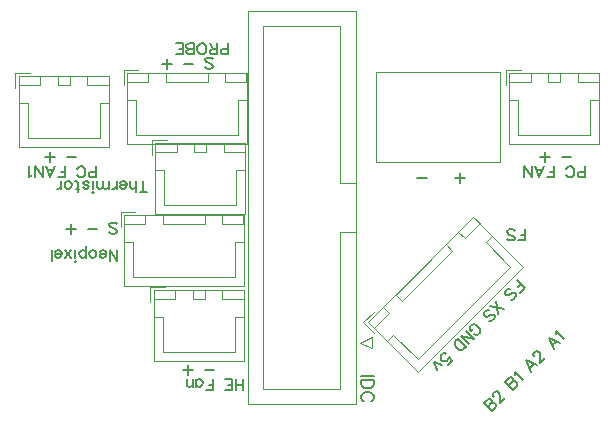
<source format=gto>
G04 Layer: TopSilkscreenLayer*
G04 EasyEDA v6.5.22, 2022-11-10 11:50:32*
G04 78093d0df57e497ba92d4915601d0112,b20a208c93c440fcb0453c65c4fa92e7,10*
G04 Gerber Generator version 0.2*
G04 Scale: 100 percent, Rotated: No, Reflected: No *
G04 Dimensions in millimeters *
G04 leading zeros omitted , absolute positions ,4 integer and 5 decimal *
%FSLAX45Y45*%
%MOMM*%

%ADD10C,0.1501*%
%ADD11C,0.1778*%
%ADD12C,0.1001*%
%ADD13C,0.1199*%

%LPD*%
D10*
X-2118106Y-12130024D02*
G01*
X-2118106Y-12212066D01*
X-2159000Y-12170918D02*
G01*
X-2077212Y-12170918D01*
X-1977136Y-12170918D02*
G01*
X-1895348Y-12170918D01*
X1554246Y-14254246D02*
G01*
X1621744Y-14321744D01*
X1554246Y-14254246D02*
G01*
X1583174Y-14225320D01*
X1596029Y-14218892D01*
X1602458Y-14218892D01*
X1612099Y-14222105D01*
X1618528Y-14228533D01*
X1621744Y-14238175D01*
X1621744Y-14244604D01*
X1615315Y-14257461D01*
X1586387Y-14286387D02*
G01*
X1615315Y-14257461D01*
X1628170Y-14251033D01*
X1634599Y-14251033D01*
X1644241Y-14254246D01*
X1653885Y-14263888D01*
X1657098Y-14273532D01*
X1657098Y-14279958D01*
X1650669Y-14292816D01*
X1621744Y-14321744D01*
X1639742Y-14200891D02*
G01*
X1636527Y-14197677D01*
X1633313Y-14188036D01*
X1633313Y-14181607D01*
X1636527Y-14171965D01*
X1649384Y-14159108D01*
X1659026Y-14155894D01*
X1665455Y-14155894D01*
X1675096Y-14159108D01*
X1681525Y-14165536D01*
X1684738Y-14175178D01*
X1687954Y-14191249D01*
X1687954Y-14255531D01*
X1732950Y-14210535D01*
X1736166Y-14072328D02*
G01*
X1803661Y-14139824D01*
X1736166Y-14072328D02*
G01*
X1765091Y-14043400D01*
X1777949Y-14036972D01*
X1784377Y-14036972D01*
X1794019Y-14040187D01*
X1800448Y-14046614D01*
X1803661Y-14056258D01*
X1803661Y-14062684D01*
X1797232Y-14075542D01*
X1768307Y-14104467D02*
G01*
X1797232Y-14075542D01*
X1810090Y-14069113D01*
X1816519Y-14069113D01*
X1826160Y-14072328D01*
X1835802Y-14081970D01*
X1839018Y-14091612D01*
X1839018Y-14098041D01*
X1832589Y-14110896D01*
X1803661Y-14139824D01*
X1815233Y-14018973D02*
G01*
X1818446Y-14009331D01*
X1818446Y-13990045D01*
X1885942Y-14057543D01*
X1914870Y-13893622D02*
G01*
X1956653Y-13986832D01*
X1914870Y-13893622D02*
G01*
X2008080Y-13935405D01*
X1943798Y-13954691D02*
G01*
X1975939Y-13922550D01*
X1981080Y-13859553D02*
G01*
X1977867Y-13856340D01*
X1974651Y-13846695D01*
X1974651Y-13840269D01*
X1977867Y-13830625D01*
X1990722Y-13817770D01*
X2000366Y-13814554D01*
X2006793Y-13814554D01*
X2016437Y-13817770D01*
X2022863Y-13824198D01*
X2026079Y-13833840D01*
X2029292Y-13849911D01*
X2029292Y-13914193D01*
X2074291Y-13869195D01*
X2103216Y-13705276D02*
G01*
X2145002Y-13798483D01*
X2103216Y-13705276D02*
G01*
X2196426Y-13747059D01*
X2132144Y-13766342D02*
G01*
X2164285Y-13734201D01*
X2163000Y-13671207D02*
G01*
X2166213Y-13661562D01*
X2166213Y-13642279D01*
X2233711Y-13709774D01*
X990600Y-12348718D02*
G01*
X1072388Y-12348718D01*
X1353312Y-12307824D02*
G01*
X1353312Y-12389866D01*
X1312418Y-12348718D02*
G01*
X1394206Y-12348718D01*
X-609600Y-11302238D02*
G01*
X-609600Y-11206734D01*
X-609600Y-11302238D02*
G01*
X-650494Y-11302238D01*
X-664210Y-11297666D01*
X-668782Y-11293094D01*
X-673354Y-11284204D01*
X-673354Y-11270488D01*
X-668782Y-11261344D01*
X-664210Y-11256772D01*
X-650494Y-11252200D01*
X-609600Y-11252200D01*
X-703326Y-11302238D02*
G01*
X-703326Y-11206734D01*
X-703326Y-11302238D02*
G01*
X-744220Y-11302238D01*
X-757682Y-11297666D01*
X-762254Y-11293094D01*
X-766826Y-11284204D01*
X-766826Y-11275060D01*
X-762254Y-11265916D01*
X-757682Y-11261344D01*
X-744220Y-11256772D01*
X-703326Y-11256772D01*
X-735076Y-11256772D02*
G01*
X-766826Y-11206734D01*
X-824230Y-11302238D02*
G01*
X-815086Y-11297666D01*
X-805942Y-11288776D01*
X-801370Y-11279632D01*
X-796798Y-11265916D01*
X-796798Y-11243310D01*
X-801370Y-11229594D01*
X-805942Y-11220450D01*
X-815086Y-11211306D01*
X-824230Y-11206734D01*
X-842264Y-11206734D01*
X-851408Y-11211306D01*
X-860552Y-11220450D01*
X-865124Y-11229594D01*
X-869696Y-11243310D01*
X-869696Y-11265916D01*
X-865124Y-11279632D01*
X-860552Y-11288776D01*
X-851408Y-11297666D01*
X-842264Y-11302238D01*
X-824230Y-11302238D01*
X-899668Y-11302238D02*
G01*
X-899668Y-11206734D01*
X-899668Y-11302238D02*
G01*
X-940562Y-11302238D01*
X-954024Y-11297666D01*
X-958596Y-11293094D01*
X-963168Y-11284204D01*
X-963168Y-11275060D01*
X-958596Y-11265916D01*
X-954024Y-11261344D01*
X-940562Y-11256772D01*
X-899668Y-11256772D02*
G01*
X-940562Y-11256772D01*
X-954024Y-11252200D01*
X-958596Y-11247882D01*
X-963168Y-11238738D01*
X-963168Y-11225022D01*
X-958596Y-11215878D01*
X-954024Y-11211306D01*
X-940562Y-11206734D01*
X-899668Y-11206734D01*
X-993140Y-11302238D02*
G01*
X-993140Y-11206734D01*
X-993140Y-11302238D02*
G01*
X-1052322Y-11302238D01*
X-993140Y-11256772D02*
G01*
X-1029716Y-11256772D01*
X-993140Y-11206734D02*
G01*
X-1052322Y-11206734D01*
X-1127506Y-11342624D02*
G01*
X-1127506Y-11424666D01*
X-1168400Y-11383518D02*
G01*
X-1086612Y-11383518D01*
X-986536Y-11383518D02*
G01*
X-904748Y-11383518D01*
X-741172Y-11342624D02*
G01*
X-750316Y-11333734D01*
X-763778Y-11329162D01*
X-782066Y-11329162D01*
X-795782Y-11333734D01*
X-804672Y-11342624D01*
X-804672Y-11351768D01*
X-800100Y-11360912D01*
X-795782Y-11365484D01*
X-786638Y-11370056D01*
X-759206Y-11379200D01*
X-750316Y-11383518D01*
X-745744Y-11388090D01*
X-741172Y-11397234D01*
X-741172Y-11410950D01*
X-750316Y-11420094D01*
X-763778Y-11424666D01*
X-782066Y-11424666D01*
X-795782Y-11420094D01*
X-804672Y-11410950D01*
X1900102Y-13279302D02*
G01*
X1832571Y-13211771D01*
X1900102Y-13279302D02*
G01*
X1858256Y-13321151D01*
X1867954Y-13247154D02*
G01*
X1842269Y-13272838D01*
X1782640Y-13377727D02*
G01*
X1795393Y-13377547D01*
X1808144Y-13371261D01*
X1821075Y-13358329D01*
X1827362Y-13345576D01*
X1827542Y-13332825D01*
X1821075Y-13326358D01*
X1811378Y-13323128D01*
X1804911Y-13323128D01*
X1795393Y-13326181D01*
X1769529Y-13339112D01*
X1760192Y-13342345D01*
X1753725Y-13342345D01*
X1744027Y-13339112D01*
X1734327Y-13329412D01*
X1734327Y-13316480D01*
X1740613Y-13303730D01*
X1753544Y-13290798D01*
X1766298Y-13284512D01*
X1779229Y-13284512D01*
X1721396Y-13458009D02*
G01*
X1608782Y-13435558D01*
X1676316Y-13503092D02*
G01*
X1653865Y-13390478D01*
X1600700Y-13559668D02*
G01*
X1613453Y-13559487D01*
X1626204Y-13553201D01*
X1639138Y-13540270D01*
X1645602Y-13527338D01*
X1645602Y-13514765D01*
X1639138Y-13508299D01*
X1629437Y-13505065D01*
X1623151Y-13504887D01*
X1613453Y-13508121D01*
X1587591Y-13521052D01*
X1578251Y-13524285D01*
X1571785Y-13524285D01*
X1562087Y-13521052D01*
X1552387Y-13511352D01*
X1552387Y-13498421D01*
X1558673Y-13485670D01*
X1571604Y-13472739D01*
X1584535Y-13466272D01*
X1597289Y-13466452D01*
X1475336Y-13672098D02*
G01*
X1485036Y-13675332D01*
X1497609Y-13675332D01*
X1507307Y-13672098D01*
X1520238Y-13659167D01*
X1523471Y-13649469D01*
X1523471Y-13636896D01*
X1520238Y-13627199D01*
X1513771Y-13614267D01*
X1497787Y-13598281D01*
X1484856Y-13591816D01*
X1475158Y-13588583D01*
X1462405Y-13588403D01*
X1452707Y-13591636D01*
X1439776Y-13604567D01*
X1436542Y-13614267D01*
X1436723Y-13627018D01*
X1439953Y-13636716D01*
X1449654Y-13646416D01*
X1465638Y-13630432D02*
G01*
X1449654Y-13646416D01*
X1470129Y-13709279D02*
G01*
X1402598Y-13641745D01*
X1470129Y-13709279D02*
G01*
X1357515Y-13686828D01*
X1425046Y-13754359D02*
G01*
X1357515Y-13686828D01*
X1403855Y-13775552D02*
G01*
X1336321Y-13708021D01*
X1403855Y-13775552D02*
G01*
X1381404Y-13798003D01*
X1368473Y-13804468D01*
X1355719Y-13804648D01*
X1346022Y-13801415D01*
X1333091Y-13794948D01*
X1317104Y-13778964D01*
X1310640Y-13766032D01*
X1307406Y-13756335D01*
X1307406Y-13743404D01*
X1313870Y-13730470D01*
X1336321Y-13708021D01*
X1249573Y-13929832D02*
G01*
X1281722Y-13897683D01*
X1256040Y-13865534D01*
X1256040Y-13871999D01*
X1249573Y-13884932D01*
X1240053Y-13894450D01*
X1227122Y-13900917D01*
X1214191Y-13900917D01*
X1201440Y-13894630D01*
X1194973Y-13888163D01*
X1188506Y-13875232D01*
X1188506Y-13862301D01*
X1194973Y-13849370D01*
X1204493Y-13839850D01*
X1217424Y-13833386D01*
X1223888Y-13833386D01*
X1233589Y-13836616D01*
X1199464Y-13935041D02*
G01*
X1135164Y-13909177D01*
X1160848Y-13973657D02*
G01*
X1135164Y-13909177D01*
X-1940306Y-12739624D02*
G01*
X-1940306Y-12821666D01*
X-1981200Y-12780518D02*
G01*
X-1899412Y-12780518D01*
X-1799336Y-12780518D02*
G01*
X-1717548Y-12780518D01*
X-1553972Y-12739624D02*
G01*
X-1563116Y-12730734D01*
X-1576578Y-12726162D01*
X-1594866Y-12726162D01*
X-1608582Y-12730734D01*
X-1617472Y-12739624D01*
X-1617472Y-12748768D01*
X-1612900Y-12757912D01*
X-1608582Y-12762484D01*
X-1599438Y-12767056D01*
X-1572006Y-12776200D01*
X-1563116Y-12780518D01*
X-1558544Y-12785090D01*
X-1553972Y-12794234D01*
X-1553972Y-12807950D01*
X-1563116Y-12817094D01*
X-1576578Y-12821666D01*
X-1594866Y-12821666D01*
X-1608582Y-12817094D01*
X-1617472Y-12807950D01*
X-949706Y-13933424D02*
G01*
X-949706Y-14015466D01*
X-990600Y-13974318D02*
G01*
X-908812Y-13974318D01*
X-808736Y-13974318D02*
G01*
X-726948Y-13974318D01*
X1904961Y-12877154D02*
G01*
X1904961Y-12781650D01*
X1904961Y-12877154D02*
G01*
X1846033Y-12877154D01*
X1904961Y-12831688D02*
G01*
X1868639Y-12831688D01*
X1752307Y-12863438D02*
G01*
X1761451Y-12872582D01*
X1774913Y-12877154D01*
X1793201Y-12877154D01*
X1806917Y-12872582D01*
X1815807Y-12863438D01*
X1815807Y-12854294D01*
X1811489Y-12845404D01*
X1806917Y-12840832D01*
X1797773Y-12836260D01*
X1770341Y-12827116D01*
X1761451Y-12822544D01*
X1756879Y-12817972D01*
X1752307Y-12808828D01*
X1752307Y-12795366D01*
X1761451Y-12786222D01*
X1774913Y-12781650D01*
X1793201Y-12781650D01*
X1806917Y-12786222D01*
X1815807Y-12795366D01*
X-1327150Y-12470638D02*
G01*
X-1327150Y-12375134D01*
X-1295400Y-12470638D02*
G01*
X-1359154Y-12470638D01*
X-1389126Y-12470638D02*
G01*
X-1389126Y-12375134D01*
X-1389126Y-12420600D02*
G01*
X-1402588Y-12434316D01*
X-1411732Y-12438888D01*
X-1425448Y-12438888D01*
X-1434592Y-12434316D01*
X-1438910Y-12420600D01*
X-1438910Y-12375134D01*
X-1469136Y-12411710D02*
G01*
X-1523492Y-12411710D01*
X-1523492Y-12420600D01*
X-1518920Y-12429744D01*
X-1514602Y-12434316D01*
X-1505458Y-12438888D01*
X-1491742Y-12438888D01*
X-1482598Y-12434316D01*
X-1473708Y-12425172D01*
X-1469136Y-12411710D01*
X-1469136Y-12402566D01*
X-1473708Y-12388850D01*
X-1482598Y-12379706D01*
X-1491742Y-12375134D01*
X-1505458Y-12375134D01*
X-1514602Y-12379706D01*
X-1523492Y-12388850D01*
X-1553464Y-12438888D02*
G01*
X-1553464Y-12375134D01*
X-1553464Y-12411710D02*
G01*
X-1558036Y-12425172D01*
X-1567180Y-12434316D01*
X-1576324Y-12438888D01*
X-1590040Y-12438888D01*
X-1620012Y-12438888D02*
G01*
X-1620012Y-12375134D01*
X-1620012Y-12420600D02*
G01*
X-1633474Y-12434316D01*
X-1642618Y-12438888D01*
X-1656334Y-12438888D01*
X-1665478Y-12434316D01*
X-1670050Y-12420600D01*
X-1670050Y-12375134D01*
X-1670050Y-12420600D02*
G01*
X-1683512Y-12434316D01*
X-1692656Y-12438888D01*
X-1706372Y-12438888D01*
X-1715516Y-12434316D01*
X-1719834Y-12420600D01*
X-1719834Y-12375134D01*
X-1750060Y-12470638D02*
G01*
X-1754378Y-12466066D01*
X-1758950Y-12470638D01*
X-1754378Y-12475210D01*
X-1750060Y-12470638D01*
X-1754378Y-12438888D02*
G01*
X-1754378Y-12375134D01*
X-1838960Y-12425172D02*
G01*
X-1834388Y-12434316D01*
X-1820925Y-12438888D01*
X-1807210Y-12438888D01*
X-1793493Y-12434316D01*
X-1788922Y-12425172D01*
X-1793493Y-12416282D01*
X-1802638Y-12411710D01*
X-1825498Y-12407138D01*
X-1834388Y-12402566D01*
X-1838960Y-12393422D01*
X-1838960Y-12388850D01*
X-1834388Y-12379706D01*
X-1820925Y-12375134D01*
X-1807210Y-12375134D01*
X-1793493Y-12379706D01*
X-1788922Y-12388850D01*
X-1882648Y-12470638D02*
G01*
X-1882648Y-12393422D01*
X-1887220Y-12379706D01*
X-1896364Y-12375134D01*
X-1905507Y-12375134D01*
X-1868932Y-12438888D02*
G01*
X-1900936Y-12438888D01*
X-1958086Y-12438888D02*
G01*
X-1948942Y-12434316D01*
X-1940052Y-12425172D01*
X-1935480Y-12411710D01*
X-1935480Y-12402566D01*
X-1940052Y-12388850D01*
X-1948942Y-12379706D01*
X-1958086Y-12375134D01*
X-1971802Y-12375134D01*
X-1980946Y-12379706D01*
X-1989836Y-12388850D01*
X-1994407Y-12402566D01*
X-1994407Y-12411710D01*
X-1989836Y-12425172D01*
X-1980946Y-12434316D01*
X-1971802Y-12438888D01*
X-1958086Y-12438888D01*
X-2024380Y-12438888D02*
G01*
X-2024380Y-12375134D01*
X-2024380Y-12411710D02*
G01*
X-2028952Y-12425172D01*
X-2038096Y-12434316D01*
X-2047239Y-12438888D01*
X-2060956Y-12438888D01*
X2072893Y-12130024D02*
G01*
X2072893Y-12212066D01*
X2032000Y-12170918D02*
G01*
X2113788Y-12170918D01*
X2213864Y-12170918D02*
G01*
X2295652Y-12170918D01*
X2413101Y-12343663D02*
G01*
X2413101Y-12248159D01*
X2413101Y-12343663D02*
G01*
X2372207Y-12343663D01*
X2358491Y-12339091D01*
X2353919Y-12334519D01*
X2349347Y-12325629D01*
X2349347Y-12311913D01*
X2353919Y-12302769D01*
X2358491Y-12298197D01*
X2372207Y-12293625D01*
X2413101Y-12293625D01*
X2251303Y-12321057D02*
G01*
X2255621Y-12329947D01*
X2264765Y-12339091D01*
X2273909Y-12343663D01*
X2292197Y-12343663D01*
X2301087Y-12339091D01*
X2310231Y-12329947D01*
X2314803Y-12321057D01*
X2319375Y-12307341D01*
X2319375Y-12284735D01*
X2314803Y-12271019D01*
X2310231Y-12261875D01*
X2301087Y-12252731D01*
X2292197Y-12248159D01*
X2273909Y-12248159D01*
X2264765Y-12252731D01*
X2255621Y-12261875D01*
X2251303Y-12271019D01*
X2151227Y-12343663D02*
G01*
X2151227Y-12248159D01*
X2151227Y-12343663D02*
G01*
X2092045Y-12343663D01*
X2151227Y-12298197D02*
G01*
X2114905Y-12298197D01*
X2025751Y-12343663D02*
G01*
X2062073Y-12248159D01*
X2025751Y-12343663D02*
G01*
X1989429Y-12248159D01*
X2048357Y-12280163D02*
G01*
X2002891Y-12280163D01*
X1959457Y-12343663D02*
G01*
X1959457Y-12248159D01*
X1959457Y-12343663D02*
G01*
X1895703Y-12248159D01*
X1895703Y-12343663D02*
G01*
X1895703Y-12248159D01*
X-1727200Y-12343638D02*
G01*
X-1727200Y-12248134D01*
X-1727200Y-12343638D02*
G01*
X-1768093Y-12343638D01*
X-1781810Y-12339066D01*
X-1786382Y-12334494D01*
X-1790954Y-12325604D01*
X-1790954Y-12311888D01*
X-1786382Y-12302744D01*
X-1781810Y-12298172D01*
X-1768093Y-12293600D01*
X-1727200Y-12293600D01*
X-1888998Y-12321032D02*
G01*
X-1884425Y-12330176D01*
X-1875282Y-12339066D01*
X-1866392Y-12343638D01*
X-1848104Y-12343638D01*
X-1838960Y-12339066D01*
X-1829816Y-12330176D01*
X-1825498Y-12321032D01*
X-1820925Y-12307316D01*
X-1820925Y-12284710D01*
X-1825498Y-12270994D01*
X-1829816Y-12261850D01*
X-1838960Y-12252706D01*
X-1848104Y-12248134D01*
X-1866392Y-12248134D01*
X-1875282Y-12252706D01*
X-1884425Y-12261850D01*
X-1888998Y-12270994D01*
X-1989074Y-12343638D02*
G01*
X-1989074Y-12248134D01*
X-1989074Y-12343638D02*
G01*
X-2048002Y-12343638D01*
X-1989074Y-12298172D02*
G01*
X-2025396Y-12298172D01*
X-2114550Y-12343638D02*
G01*
X-2078228Y-12248134D01*
X-2114550Y-12343638D02*
G01*
X-2150872Y-12248134D01*
X-2091689Y-12280138D02*
G01*
X-2137156Y-12280138D01*
X-2180844Y-12343638D02*
G01*
X-2180844Y-12248134D01*
X-2180844Y-12343638D02*
G01*
X-2244598Y-12248134D01*
X-2244598Y-12343638D02*
G01*
X-2244598Y-12248134D01*
X-2274570Y-12325604D02*
G01*
X-2283460Y-12330176D01*
X-2297176Y-12343638D01*
X-2297176Y-12248134D01*
X-482600Y-14147038D02*
G01*
X-482600Y-14051534D01*
X-546354Y-14147038D02*
G01*
X-546354Y-14051534D01*
X-482600Y-14101572D02*
G01*
X-546354Y-14101572D01*
X-576326Y-14147038D02*
G01*
X-576326Y-14051534D01*
X-576326Y-14147038D02*
G01*
X-635254Y-14147038D01*
X-576326Y-14101572D02*
G01*
X-612648Y-14101572D01*
X-576326Y-14051534D02*
G01*
X-635254Y-14051534D01*
X-735330Y-14147038D02*
G01*
X-735330Y-14051534D01*
X-735330Y-14147038D02*
G01*
X-794512Y-14147038D01*
X-735330Y-14101572D02*
G01*
X-771652Y-14101572D01*
X-878840Y-14115288D02*
G01*
X-878840Y-14051534D01*
X-878840Y-14101572D02*
G01*
X-869950Y-14110716D01*
X-860806Y-14115288D01*
X-847090Y-14115288D01*
X-837946Y-14110716D01*
X-829056Y-14101572D01*
X-824484Y-14088110D01*
X-824484Y-14078966D01*
X-829056Y-14065250D01*
X-837946Y-14056106D01*
X-847090Y-14051534D01*
X-860806Y-14051534D01*
X-869950Y-14056106D01*
X-878840Y-14065250D01*
X-909066Y-14115288D02*
G01*
X-909066Y-14051534D01*
X-909066Y-14097000D02*
G01*
X-922528Y-14110716D01*
X-931671Y-14115288D01*
X-945387Y-14115288D01*
X-954532Y-14110716D01*
X-958850Y-14097000D01*
X-958850Y-14051534D01*
X-1549298Y-13054990D02*
G01*
X-1549298Y-12959486D01*
X-1549298Y-13054990D02*
G01*
X-1613052Y-12959486D01*
X-1613052Y-13054990D02*
G01*
X-1613052Y-12959486D01*
X-1643024Y-12995808D02*
G01*
X-1697634Y-12995808D01*
X-1697634Y-13004952D01*
X-1693062Y-13014096D01*
X-1688490Y-13018668D01*
X-1679346Y-13022986D01*
X-1665884Y-13022986D01*
X-1656740Y-13018668D01*
X-1647596Y-13009524D01*
X-1643024Y-12995808D01*
X-1643024Y-12986664D01*
X-1647596Y-12973202D01*
X-1656740Y-12964058D01*
X-1665884Y-12959486D01*
X-1679346Y-12959486D01*
X-1688490Y-12964058D01*
X-1697634Y-12973202D01*
X-1750212Y-13022986D02*
G01*
X-1741322Y-13018668D01*
X-1732178Y-13009524D01*
X-1727606Y-12995808D01*
X-1727606Y-12986664D01*
X-1732178Y-12973202D01*
X-1741322Y-12964058D01*
X-1750212Y-12959486D01*
X-1763928Y-12959486D01*
X-1773072Y-12964058D01*
X-1782216Y-12973202D01*
X-1786788Y-12986664D01*
X-1786788Y-12995808D01*
X-1782216Y-13009524D01*
X-1773072Y-13018668D01*
X-1763928Y-13022986D01*
X-1750212Y-13022986D01*
X-1816760Y-13022986D02*
G01*
X-1816760Y-12927736D01*
X-1816760Y-13009524D02*
G01*
X-1825650Y-13018668D01*
X-1834794Y-13022986D01*
X-1848510Y-13022986D01*
X-1857654Y-13018668D01*
X-1866798Y-13009524D01*
X-1871116Y-12995808D01*
X-1871116Y-12986664D01*
X-1866798Y-12973202D01*
X-1857654Y-12964058D01*
X-1848510Y-12959486D01*
X-1834794Y-12959486D01*
X-1825650Y-12964058D01*
X-1816760Y-12973202D01*
X-1901342Y-13054990D02*
G01*
X-1905660Y-13050418D01*
X-1910232Y-13054990D01*
X-1905660Y-13059562D01*
X-1901342Y-13054990D01*
X-1905660Y-13022986D02*
G01*
X-1905660Y-12959486D01*
X-1940204Y-13022986D02*
G01*
X-1990242Y-12959486D01*
X-1990242Y-13022986D02*
G01*
X-1940204Y-12959486D01*
X-2020214Y-12995808D02*
G01*
X-2074824Y-12995808D01*
X-2074824Y-13004952D01*
X-2070252Y-13014096D01*
X-2065680Y-13018668D01*
X-2056790Y-13022986D01*
X-2043074Y-13022986D01*
X-2033930Y-13018668D01*
X-2024786Y-13009524D01*
X-2020214Y-12995808D01*
X-2020214Y-12986664D01*
X-2024786Y-12973202D01*
X-2033930Y-12964058D01*
X-2043074Y-12959486D01*
X-2056790Y-12959486D01*
X-2065680Y-12964058D01*
X-2074824Y-12973202D01*
X-2104796Y-13054990D02*
G01*
X-2104796Y-12959486D01*
D11*
X623316Y-14020787D02*
G01*
X514350Y-14020787D01*
X623316Y-14055077D02*
G01*
X514350Y-14055077D01*
X623316Y-14055077D02*
G01*
X623316Y-14091399D01*
X618236Y-14107147D01*
X607822Y-14117561D01*
X597408Y-14122641D01*
X581660Y-14127721D01*
X555752Y-14127721D01*
X540258Y-14122641D01*
X529844Y-14117561D01*
X519430Y-14107147D01*
X514350Y-14091399D01*
X514350Y-14055077D01*
X597408Y-14239989D02*
G01*
X607822Y-14234909D01*
X618236Y-14224495D01*
X623316Y-14214081D01*
X623316Y-14193253D01*
X618236Y-14182839D01*
X607822Y-14172425D01*
X597408Y-14167345D01*
X581660Y-14162011D01*
X555752Y-14162011D01*
X540258Y-14167345D01*
X529844Y-14172425D01*
X519430Y-14182839D01*
X514350Y-14193253D01*
X514350Y-14214081D01*
X519430Y-14224495D01*
X529844Y-14234909D01*
X540258Y-14239989D01*
D12*
X1694967Y-12214021D02*
G01*
X644982Y-12214021D01*
X644982Y-11454028D01*
X1694967Y-11454028D01*
X1694967Y-12214021D01*
D13*
X573267Y-13568428D02*
G01*
X995410Y-13990571D01*
X1887778Y-13098203D01*
X1465635Y-12676060D01*
X573267Y-13568428D01*
X808045Y-13335086D02*
G01*
X861082Y-13388124D01*
X1285346Y-12963860D01*
X1232308Y-12910822D01*
X808045Y-13335086D01*
X574702Y-13568428D02*
G01*
X627740Y-13621466D01*
X755009Y-13494197D01*
X701972Y-13441159D01*
X574702Y-13568428D01*
X1338366Y-12804764D02*
G01*
X1391404Y-12857802D01*
X1518691Y-12730518D01*
X1465651Y-12677480D01*
X1338366Y-12804764D01*
X733798Y-13727523D02*
G01*
X786818Y-13674504D01*
X995410Y-13883098D01*
X1387866Y-13490641D01*
X1780303Y-13098205D01*
X1571708Y-12889611D01*
X1624746Y-12836573D01*
X620664Y-13480044D02*
G01*
X532279Y-13568428D01*
X620664Y-13656810D01*
X-1227810Y-12054763D02*
G01*
X-1227810Y-12651765D01*
X-465810Y-12651765D01*
X-465810Y-12054763D01*
X-1227810Y-12054763D01*
X-896823Y-12055779D02*
G01*
X-896823Y-12130786D01*
X-796823Y-12130786D01*
X-796823Y-12055779D01*
X-896823Y-12055779D01*
X-1226820Y-12055779D02*
G01*
X-1226820Y-12130786D01*
X-1046810Y-12130786D01*
X-1046810Y-12055779D01*
X-1226820Y-12055779D01*
X-646811Y-12055779D02*
G01*
X-646811Y-12130786D01*
X-466826Y-12130786D01*
X-466826Y-12055779D01*
X-646811Y-12055779D01*
X-1226820Y-12280773D02*
G01*
X-1151813Y-12280773D01*
X-1151813Y-12575768D01*
X-846810Y-12575768D01*
X-541807Y-12575768D01*
X-541807Y-12280773D01*
X-466826Y-12280773D01*
X-1131824Y-12025782D02*
G01*
X-1256817Y-12025782D01*
X-1256817Y-12150775D01*
X1769389Y-11460962D02*
G01*
X1769389Y-12057964D01*
X2531389Y-12057964D01*
X2531389Y-11460962D01*
X1769389Y-11460962D01*
X2100376Y-11461978D02*
G01*
X2100376Y-11536984D01*
X2200376Y-11536984D01*
X2200376Y-11461978D01*
X2100376Y-11461978D01*
X1770380Y-11461978D02*
G01*
X1770380Y-11536984D01*
X1950389Y-11536984D01*
X1950389Y-11461978D01*
X1770380Y-11461978D01*
X2350389Y-11461978D02*
G01*
X2350389Y-11536984D01*
X2530373Y-11536984D01*
X2530373Y-11461978D01*
X2350389Y-11461978D01*
X1770380Y-11686971D02*
G01*
X1845386Y-11686971D01*
X1845386Y-11981967D01*
X2150389Y-11981967D01*
X2455392Y-11981967D01*
X2455392Y-11686971D01*
X2530373Y-11686971D01*
X1865375Y-11431981D02*
G01*
X1740382Y-11431981D01*
X1740382Y-11556974D01*
X-2382824Y-11486362D02*
G01*
X-2382824Y-12083364D01*
X-1620824Y-12083364D01*
X-1620824Y-11486362D01*
X-2382824Y-11486362D01*
X-2051812Y-11487378D02*
G01*
X-2051812Y-11562384D01*
X-1951812Y-11562384D01*
X-1951812Y-11487378D01*
X-2051812Y-11487378D01*
X-2381808Y-11487378D02*
G01*
X-2381808Y-11562384D01*
X-2201824Y-11562384D01*
X-2201824Y-11487378D01*
X-2381808Y-11487378D01*
X-1801825Y-11487378D02*
G01*
X-1801825Y-11562384D01*
X-1621815Y-11562384D01*
X-1621815Y-11487378D01*
X-1801825Y-11487378D01*
X-2381808Y-11712371D02*
G01*
X-2306828Y-11712371D01*
X-2306828Y-12007367D01*
X-2001824Y-12007367D01*
X-1696821Y-12007367D01*
X-1696821Y-11712371D01*
X-1621815Y-11712371D01*
X-2286812Y-11457381D02*
G01*
X-2411806Y-11457381D01*
X-2411806Y-11582374D01*
X-1239824Y-13299363D02*
G01*
X-1239824Y-13896365D01*
X-477824Y-13896365D01*
X-477824Y-13299363D01*
X-1239824Y-13299363D01*
X-908812Y-13300379D02*
G01*
X-908812Y-13375386D01*
X-808812Y-13375386D01*
X-808812Y-13300379D01*
X-908812Y-13300379D01*
X-1238808Y-13300379D02*
G01*
X-1238808Y-13375386D01*
X-1058824Y-13375386D01*
X-1058824Y-13300379D01*
X-1238808Y-13300379D01*
X-658825Y-13300379D02*
G01*
X-658825Y-13375386D01*
X-478815Y-13375386D01*
X-478815Y-13300379D01*
X-658825Y-13300379D01*
X-1238808Y-13525373D02*
G01*
X-1163828Y-13525373D01*
X-1163828Y-13820368D01*
X-858824Y-13820368D01*
X-553821Y-13820368D01*
X-553821Y-13525373D01*
X-478815Y-13525373D01*
X-1143812Y-13270382D02*
G01*
X-1268806Y-13270382D01*
X-1268806Y-13395375D01*
X-1491208Y-12664363D02*
G01*
X-1491208Y-13261365D01*
X-479221Y-13261365D01*
X-479221Y-12664363D01*
X-1491208Y-12664363D01*
X-1160221Y-12665379D02*
G01*
X-1160221Y-12740386D01*
X-810209Y-12740386D01*
X-810209Y-12665379D01*
X-1160221Y-12665379D01*
X-1490218Y-12665379D02*
G01*
X-1490218Y-12740386D01*
X-1310208Y-12740386D01*
X-1310208Y-12665379D01*
X-1490218Y-12665379D01*
X-660222Y-12665379D02*
G01*
X-660222Y-12740386D01*
X-480212Y-12740386D01*
X-480212Y-12665379D01*
X-660222Y-12665379D01*
X-1490218Y-12890373D02*
G01*
X-1415211Y-12890373D01*
X-1415211Y-13185368D01*
X-985215Y-13185368D01*
X-555218Y-13185368D01*
X-555218Y-12890373D01*
X-480212Y-12890373D01*
X-1395222Y-12635382D02*
G01*
X-1520215Y-12635382D01*
X-1520215Y-12760375D01*
X-1465808Y-11460962D02*
G01*
X-1465808Y-12057964D01*
X-453821Y-12057964D01*
X-453821Y-11460962D01*
X-1465808Y-11460962D01*
X-1134821Y-11461978D02*
G01*
X-1134821Y-11536984D01*
X-784809Y-11536984D01*
X-784809Y-11461978D01*
X-1134821Y-11461978D01*
X-1464818Y-11461978D02*
G01*
X-1464818Y-11536984D01*
X-1284808Y-11536984D01*
X-1284808Y-11461978D01*
X-1464818Y-11461978D01*
X-634822Y-11461978D02*
G01*
X-634822Y-11536984D01*
X-454812Y-11536984D01*
X-454812Y-11461978D01*
X-634822Y-11461978D01*
X-1464818Y-11686971D02*
G01*
X-1389811Y-11686971D01*
X-1389811Y-11981967D01*
X-959815Y-11981967D01*
X-529818Y-11981967D01*
X-529818Y-11686971D01*
X-454812Y-11686971D01*
X-1369822Y-11431981D02*
G01*
X-1494815Y-11431981D01*
X-1494815Y-11556974D01*
X468591Y-12803403D02*
G01*
X337604Y-12803403D01*
X337604Y-14132382D01*
X-312407Y-14132382D01*
X-312407Y-11064392D01*
X337604Y-11064392D01*
X337604Y-12393396D01*
X337604Y-12393396D01*
X468591Y-12393396D01*
X468591Y-14262404D02*
G01*
X-443395Y-14262404D01*
X-443395Y-10934395D01*
X468591Y-10934395D01*
X468591Y-14262404D01*
X507580Y-13741400D02*
G01*
X607580Y-13791387D01*
X607580Y-13691387D01*
X507580Y-13741400D01*
M02*

</source>
